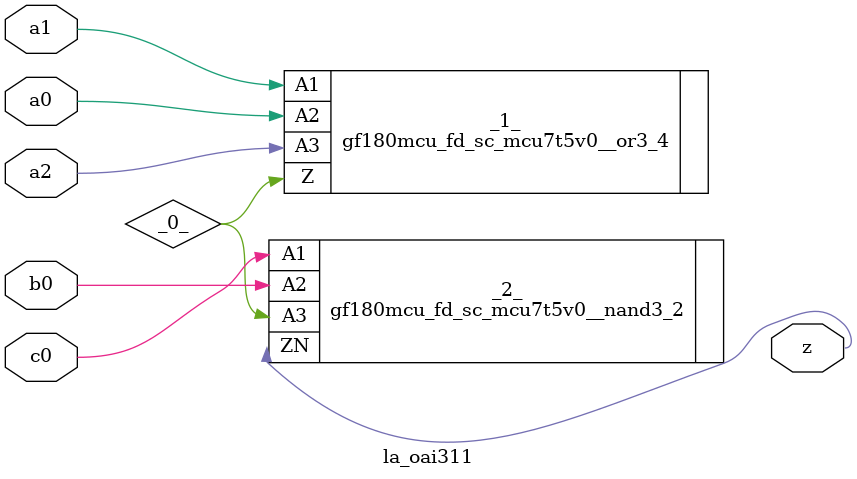
<source format=v>

/* Generated by Yosys 0.44 (git sha1 80ba43d26, g++ 11.4.0-1ubuntu1~22.04 -fPIC -O3) */

(* top =  1  *)
(* src = "inputs/la_oai311.v:10.1-23.10" *)
module la_oai311 (
    a0,
    a1,
    a2,
    b0,
    c0,
    z
);
  wire _0_;
  (* src = "inputs/la_oai311.v:13.12-13.14" *)
  input a0;
  wire a0;
  (* src = "inputs/la_oai311.v:14.12-14.14" *)
  input a1;
  wire a1;
  (* src = "inputs/la_oai311.v:15.12-15.14" *)
  input a2;
  wire a2;
  (* src = "inputs/la_oai311.v:16.12-16.14" *)
  input b0;
  wire b0;
  (* src = "inputs/la_oai311.v:17.12-17.14" *)
  input c0;
  wire c0;
  (* src = "inputs/la_oai311.v:18.12-18.13" *)
  output z;
  wire z;
  gf180mcu_fd_sc_mcu7t5v0__or3_4 _1_ (
      .A1(a1),
      .A2(a0),
      .A3(a2),
      .Z (_0_)
  );
  gf180mcu_fd_sc_mcu7t5v0__nand3_2 _2_ (
      .A1(c0),
      .A2(b0),
      .A3(_0_),
      .ZN(z)
  );
endmodule

</source>
